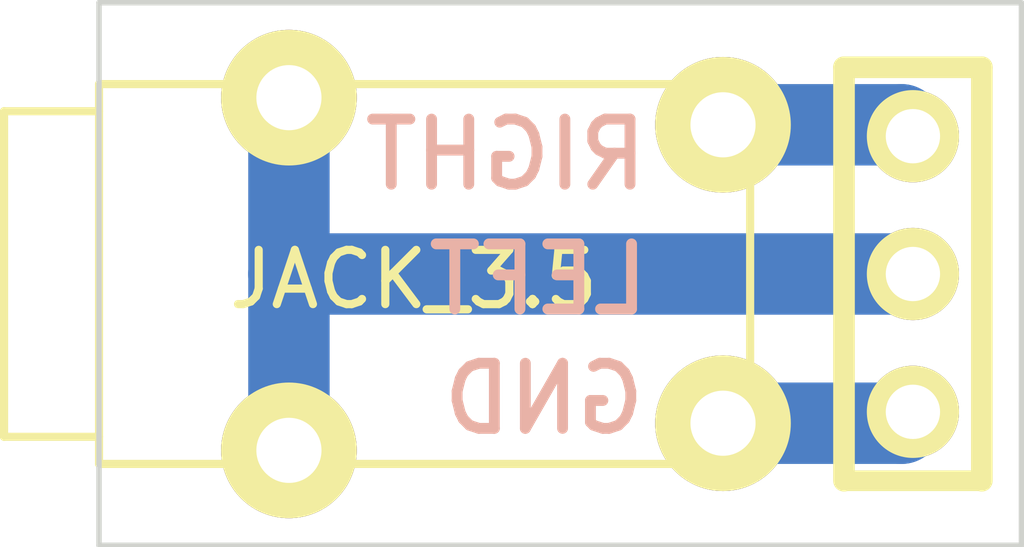
<source format=kicad_pcb>
(kicad_pcb (version 20241229) (generator "pcbnew") (generator_version "9.0")
  (layers (0 "F.Cu" signal) (2 "B.Cu" signal) (13 "F.Paste" user) (15 "B.Paste" user) (5 "F.SilkS" user) (7 "B.SilkS" user) (1 "F.Mask" user) (3 "B.Mask" user) (25 "Edge.Cuts" user))
  (net 0 "")
  (footprint "JACK_3.5" (layer "F.Cu") (at 56 55)
    (property "Reference" "JACK_3.5" (at -0.2 0.1 0) (layer "F.SilkS"))
    (property "Value" "VAL**" (hide yes))
    (fp_line (start -7.75 -3) (end -7.75 3) (stroke (width 0.15)) (layer "F.SilkS"))
    (fp_line (start -7.75 3) (end -6 3) (stroke (width 0.15)) (layer "F.SilkS"))
    (fp_line (start -6 -3.5) (end 6 -3.5) (stroke (width 0.15)) (layer "F.SilkS"))
    (fp_line (start -6 -3) (end -7.75 -3) (stroke (width 0.15)) (layer "F.SilkS"))
    (fp_line (start -6 3.5) (end -6 -3.5) (stroke (width 0.15)) (layer "F.SilkS"))
    (fp_line (start 6 -3.5) (end 6 3.5) (stroke (width 0.15)) (layer "F.SilkS"))
    (fp_line (start 6 3.5) (end -6 3.5) (stroke (width 0.15)) (layer "F.SilkS"))
    (pad "1" thru_hole circle (at -2.5 -3.25) (size 2.5 2.5) (drill 1.2) (layers "*.Cu" "*.Mask" "F.SilkS"))
    (pad "1" thru_hole circle (at -2.5 3.25) (size 2.5 2.5) (drill 1.2) (layers "*.Cu" "*.Mask" "F.SilkS"))
    (pad "2" thru_hole circle (at 5.5 -2.75) (size 2.5 2.5) (drill 1.2) (layers "*.Cu" "*.Mask" "F.SilkS"))
    (pad "3" thru_hole circle (at 5.5 2.75) (size 2.5 2.5) (drill 1.2) (layers "*.Cu" "*.Mask" "F.SilkS"))
  )
  (footprint "HDR-3" (layer "F.Cu") (at 65 55 90)
    (property "Reference" "HDR-3" (hide yes))
    (property "Value" "VAL**" (hide yes))
    (fp_line (start 3.81 -1.27) (end 3.81 1.27) (stroke (width 0.39878)) (layer "F.SilkS"))
    (fp_line (start -3.81 -1.27) (end 3.81 -1.27) (stroke (width 0.39878)) (layer "F.SilkS"))
    (fp_line (start -3.81 -1.27) (end -3.81 1.27) (stroke (width 0.381)) (layer "F.SilkS"))
    (fp_line (start -3.81 1.27) (end 3.81 1.27) (stroke (width 0.39878)) (layer "F.SilkS"))
    (pad "1" thru_hole circle (at -2.54 0 90) (size 1.69926 1.69926) (drill 1.00076) (layers "*.Cu" "*.Mask" "F.SilkS"))
    (pad "2" thru_hole circle (at 0 0 90) (size 1.69926 1.69926) (drill 1.00076) (layers "*.Cu" "*.Mask" "F.SilkS"))
    (pad "3" thru_hole circle (at 2.54 0 90) (size 1.69926 1.69926) (drill 1.00076) (layers "*.Cu" "*.Mask" "F.SilkS"))
  )
  (gr_line (start 50 50) (end 50 60) (stroke (width 0.1)) (layer "Edge.Cuts"))
  (gr_line (start 50 60) (end 67 60) (stroke (width 0.1)) (layer "Edge.Cuts"))
  (gr_line (start 67 50) (end 50 50) (stroke (width 0.1)) (layer "Edge.Cuts"))
  (gr_line (start 67 60) (end 67 50) (stroke (width 0.1)) (layer "Edge.Cuts"))
  (gr_text "GND" (at 58.2 57.3 0) (layer "B.SilkS") (effects (font (size 1.2 1.2) (thickness 0.2)) (justify mirror)))
  (gr_text "LEFT" (at 58.1 55.1 0) (layer "B.SilkS") (effects (font (size 1.2 1.2) (thickness 0.2)) (justify mirror)))
  (gr_text "RIGHT" (at 57.5 52.8 0) (layer "B.SilkS") (effects (font (size 1.2 1.2) (thickness 0.2)) (justify mirror)))
  (segment (start 53.5 55) (end 53.5 58.25) (width 1.5) (layer "B.Cu") (net 0))
  (segment (start 64.79 52.25) (end 65 52.46) (width 1.5) (layer "B.Cu") (net 0))
  (segment (start 64.79 57.75) (end 65 57.54) (width 1.5) (layer "B.Cu") (net 0))
  (segment (start 53.5 51.75) (end 53.5 55) (width 1.5) (layer "B.Cu") (net 0))
  (segment (start 65 55) (end 53.5 55) (width 1.5) (layer "B.Cu") (net 0))
  (segment (start 61.5 57.75) (end 64.79 57.75) (width 1.5) (layer "B.Cu") (net 0))
  (segment (start 61.5 52.25) (end 64.79 52.25) (width 1.5) (layer "B.Cu") (net 0))
)
</source>
